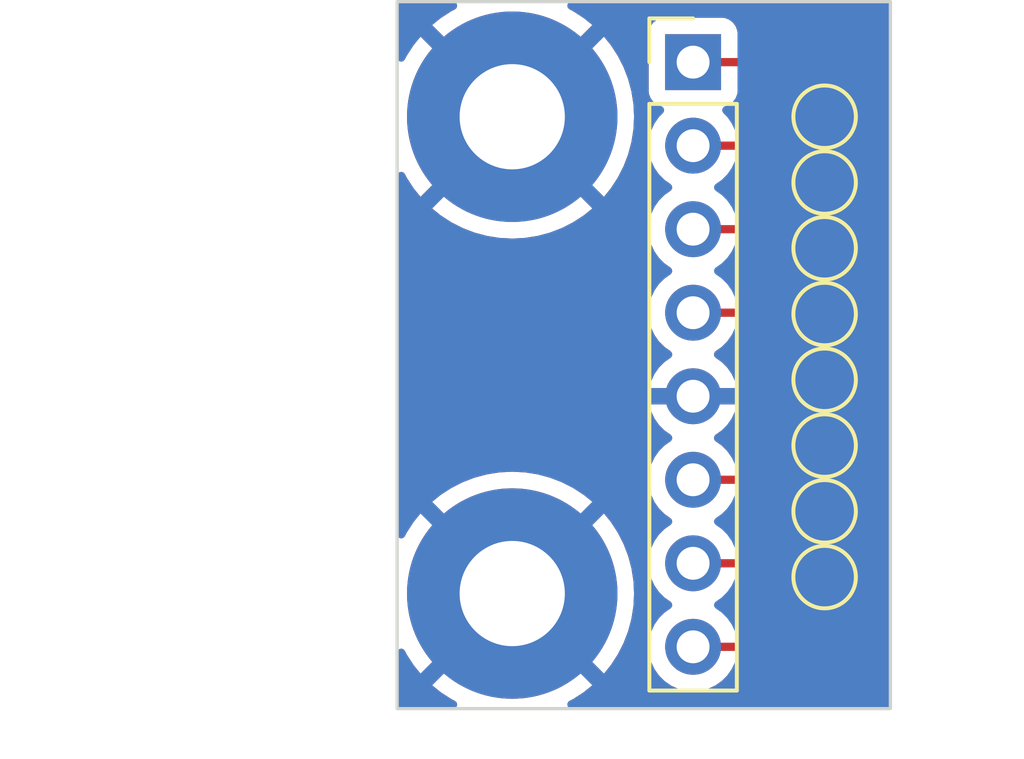
<source format=kicad_pcb>
(kicad_pcb (version 20221018) (generator pcbnew)
  (layers (0 "F.Cu" signal) (31 "B.Cu" signal) (34 "B.Paste" user) (35 "F.Paste" user) (36 "B.SilkS" user "B.Silkscreen") (37 "F.SilkS" user "F.Silkscreen") (38 "B.Mask" user) (39 "F.Mask" user) (44 "Edge.Cuts" user))
  (net 0 "")
  (net 1 "Net-(J1-Pin_1)")
  (net 2 "Net-(J1-Pin_2)")
  (net 3 "Net-(J1-Pin_3)")
  (net 4 "Net-(J1-Pin_4)")
  (net 5 "GND")
  (net 6 "Net-(J1-Pin_6)")
  (net 7 "Net-(J1-Pin_7)")
  (net 8 "Net-(J1-Pin_8)")
  (footprint "MountingHole:MountingHole_3.2mm_M3_Pad_TopBottom" (layer "F.Cu") (at 100.5 84.5)
    (fp_text reference "REF**" hide)
    (fp_text value "MountingHole_3.2mm_M3_Pad_TopBottom")
    (pad "1" thru_hole circle (at 0 0) (size 3.6 3.6) (drill 3.2) (layers "*.Cu" "*.Mask"))
    (pad "1" connect circle (at 0 0) (size 6.4 6.4) (layers "F.Cu" "F.Mask") (net 5 "GND"))
    (pad "1" connect circle (at 0 0) (size 6.4 6.4) (layers "B.Cu" "B.Mask") (net 5 "GND"))
  )
  (footprint "TestPoint:TestPoint_Pad_D1.5mm" (layer "F.Cu") (at 110 80)
    (fp_text reference "TP6" hide)
    (fp_text value "TestPoint" hide)
    (fp_circle (center 0 0) (end 0 0.95) (stroke (width 0.12)) (fill none) (layer "F.SilkS"))
    (pad "1" smd circle (at 0 0) (size 1.5 1.5) (layers "F.Cu" "F.Mask") (net 6 "Net-(J1-Pin_6)"))
  )
  (footprint "TestPoint:TestPoint_Pad_D1.5mm" (layer "F.Cu") (at 110 70)
    (fp_text reference "TP1" hide)
    (fp_text value "TestPoint" hide)
    (fp_circle (center 0 0) (end 0 0.95) (stroke (width 0.12)) (fill none) (layer "F.SilkS"))
    (pad "1" smd circle (at 0 0) (size 1.5 1.5) (layers "F.Cu" "F.Mask") (net 1 "Net-(J1-Pin_1)"))
  )
  (footprint "Connector_PinHeader_2.54mm:PinHeader_1x08_P2.54mm_Vertical" (layer "F.Cu") (at 106 68.34)
    (fp_text reference "J1" hide)
    (fp_text value "Conn_01x08_Pin" hide)
    (fp_line (start -1.33 -1.33) (end 0 -1.33) (stroke (width 0.12)) (layer "F.SilkS"))
    (fp_line (start -1.33 0) (end -1.33 -1.33) (stroke (width 0.12)) (layer "F.SilkS"))
    (fp_line (start -1.33 1.27) (end -1.33 19.11) (stroke (width 0.12)) (layer "F.SilkS"))
    (fp_line (start -1.33 1.27) (end 1.33 1.27) (stroke (width 0.12)) (layer "F.SilkS"))
    (fp_line (start -1.33 19.11) (end 1.33 19.11) (stroke (width 0.12)) (layer "F.SilkS"))
    (fp_line (start 1.33 1.27) (end 1.33 19.11) (stroke (width 0.12)) (layer "F.SilkS"))
    (pad "1" thru_hole rect (at 0 0) (size 1.7 1.7) (drill 1) (layers "*.Cu" "*.Mask") (net 1 "Net-(J1-Pin_1)"))
    (pad "2" thru_hole oval (at 0 2.54) (size 1.7 1.7) (drill 1) (layers "*.Cu" "*.Mask") (net 2 "Net-(J1-Pin_2)"))
    (pad "3" thru_hole oval (at 0 5.08) (size 1.7 1.7) (drill 1) (layers "*.Cu" "*.Mask") (net 3 "Net-(J1-Pin_3)"))
    (pad "4" thru_hole oval (at 0 7.62) (size 1.7 1.7) (drill 1) (layers "*.Cu" "*.Mask") (net 4 "Net-(J1-Pin_4)"))
    (pad "5" thru_hole oval (at 0 10.16) (size 1.7 1.7) (drill 1) (layers "*.Cu" "*.Mask") (net 5 "GND"))
    (pad "6" thru_hole oval (at 0 12.7) (size 1.7 1.7) (drill 1) (layers "*.Cu" "*.Mask") (net 6 "Net-(J1-Pin_6)"))
    (pad "7" thru_hole oval (at 0 15.24) (size 1.7 1.7) (drill 1) (layers "*.Cu" "*.Mask") (net 7 "Net-(J1-Pin_7)"))
    (pad "8" thru_hole oval (at 0 17.78) (size 1.7 1.7) (drill 1) (layers "*.Cu" "*.Mask") (net 8 "Net-(J1-Pin_8)"))
  )
  (footprint "TestPoint:TestPoint_Pad_D1.5mm" (layer "F.Cu") (at 110 82)
    (fp_text reference "TP7" hide)
    (fp_text value "TestPoint" hide)
    (fp_circle (center 0 0) (end 0 0.95) (stroke (width 0.12)) (fill none) (layer "F.SilkS"))
    (pad "1" smd circle (at 0 0) (size 1.5 1.5) (layers "F.Cu" "F.Mask") (net 7 "Net-(J1-Pin_7)"))
  )
  (footprint "TestPoint:TestPoint_Pad_D1.5mm" (layer "F.Cu") (at 110 78)
    (fp_text reference "TP5" hide)
    (fp_text value "TestPoint" hide)
    (fp_circle (center 0 0) (end 0 0.95) (stroke (width 0.12)) (fill none) (layer "F.SilkS"))
    (pad "1" smd circle (at 0 0) (size 1.5 1.5) (layers "F.Cu" "F.Mask") (net 5 "GND"))
  )
  (footprint "TestPoint:TestPoint_Pad_D1.5mm" (layer "F.Cu") (at 110 74)
    (fp_text reference "TP3" hide)
    (fp_text value "TestPoint" hide)
    (fp_circle (center 0 0) (end 0 0.95) (stroke (width 0.12)) (fill none) (layer "F.SilkS"))
    (pad "1" smd circle (at 0 0) (size 1.5 1.5) (layers "F.Cu" "F.Mask") (net 3 "Net-(J1-Pin_3)"))
  )
  (footprint "TestPoint:TestPoint_Pad_D1.5mm" (layer "F.Cu") (at 110 72)
    (fp_text reference "TP2" hide)
    (fp_text value "TestPoint" hide)
    (fp_circle (center 0 0) (end 0 0.95) (stroke (width 0.12)) (fill none) (layer "F.SilkS"))
    (pad "1" smd circle (at 0 0) (size 1.5 1.5) (layers "F.Cu" "F.Mask") (net 2 "Net-(J1-Pin_2)"))
  )
  (footprint "MountingHole:MountingHole_3.2mm_M3_Pad_TopBottom" (layer "F.Cu") (at 100.5 70)
    (fp_text reference "REF**" hide)
    (fp_text value "MountingHole_3.2mm_M3_Pad_TopBottom")
    (pad "1" thru_hole circle (at 0 0) (size 3.6 3.6) (drill 3.2) (layers "*.Cu" "*.Mask"))
    (pad "1" connect circle (at 0 0) (size 6.4 6.4) (layers "F.Cu" "F.Mask") (net 5 "GND"))
    (pad "1" connect circle (at 0 0) (size 6.4 6.4) (layers "B.Cu" "B.Mask") (net 5 "GND"))
  )
  (footprint "TestPoint:TestPoint_Pad_D1.5mm" (layer "F.Cu") (at 110 84)
    (fp_text reference "TP8" hide)
    (fp_text value "TestPoint" hide)
    (fp_circle (center 0 0) (end 0 0.95) (stroke (width 0.12)) (fill none) (layer "F.SilkS"))
    (pad "1" smd circle (at 0 0) (size 1.5 1.5) (layers "F.Cu" "F.Mask") (net 8 "Net-(J1-Pin_8)"))
  )
  (footprint "TestPoint:TestPoint_Pad_D1.5mm" (layer "F.Cu") (at 110 76)
    (fp_text reference "TP4" hide)
    (fp_text value "TestPoint" hide)
    (fp_circle (center 0 0) (end 0 0.95) (stroke (width 0.12)) (fill none) (layer "F.SilkS"))
    (pad "1" smd circle (at 0 0) (size 1.5 1.5) (layers "F.Cu" "F.Mask") (net 4 "Net-(J1-Pin_4)"))
  )
  (gr_rect (start 97 66.5) (end 112 88) (stroke (width 0.1)) (fill none) (layer "Edge.Cuts"))
  (segment (start 108.34 68.34) (end 110 70) (width 0.25) (layer "F.Cu") (net 1))
  (segment (start 106 68.34) (end 108.34 68.34) (width 0.25) (layer "F.Cu") (net 1))
  (segment (start 108.88 70.88) (end 110 72) (width 0.25) (layer "F.Cu") (net 2))
  (segment (start 106 70.88) (end 108.88 70.88) (width 0.25) (layer "F.Cu") (net 2))
  (segment (start 106 73.42) (end 109.42 73.42) (width 0.25) (layer "F.Cu") (net 3))
  (segment (start 109.42 73.42) (end 110 74) (width 0.25) (layer "F.Cu") (net 3))
  (segment (start 109.96 75.96) (end 110 76) (width 0.25) (layer "F.Cu") (net 4))
  (segment (start 106 75.96) (end 109.96 75.96) (width 0.25) (layer "F.Cu") (net 4))
  (segment (start 106 78.5) (end 109.5 78.5) (width 0.25) (layer "F.Cu") (net 5))
  (segment (start 109.5 78.5) (end 110 78) (width 0.25) (layer "F.Cu") (net 5))
  (segment (start 106 81.04) (end 108.96 81.04) (width 0.25) (layer "F.Cu") (net 6))
  (segment (start 108.96 81.04) (end 110 80) (width 0.25) (layer "F.Cu") (net 6))
  (segment (start 106 83.58) (end 108.42 83.58) (width 0.25) (layer "F.Cu") (net 7))
  (segment (start 108.42 83.58) (end 110 82) (width 0.25) (layer "F.Cu") (net 7))
  (segment (start 106 86.12) (end 107.88 86.12) (width 0.25) (layer "F.Cu") (net 8))
  (segment (start 107.88 86.12) (end 110 84) (width 0.25) (layer "F.Cu") (net 8))
  (zone (net 5) (net_name "GND") (layer "F.Cu") (priority 1) (connect_pads (clearance 0.5)) (min_thickness 0.25) (fill yes (thermal_gap 0.5) (thermal_bridge_width 0.5))
    (polygon (pts (xy 97 66.5) (xy 112 66.5) (xy 112 88) (xy 97 88)))
  )
  (zone (net 5) (net_name "GND") (layer "B.Cu") (connect_pads (clearance 0.5)) (min_thickness 0.25) (fill yes (thermal_gap 0.5) (thermal_bridge_width 0.5))
    (polygon (pts (xy 97 66.5) (xy 112 66.5) (xy 112 88) (xy 97 88)))
  )
)
</source>
